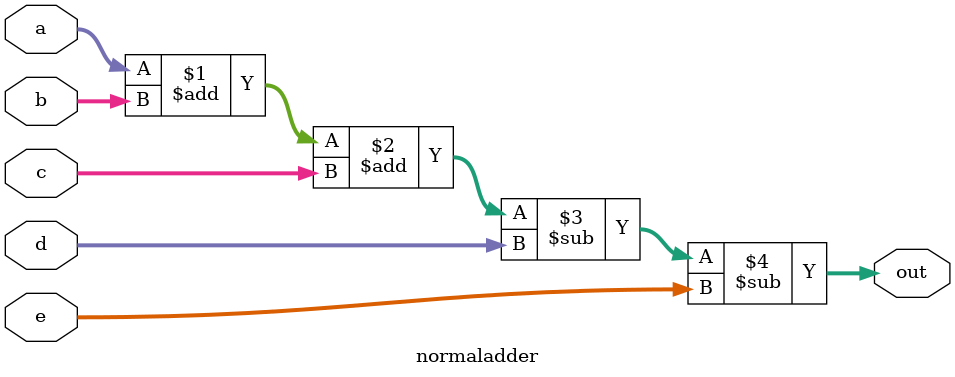
<source format=v>
`timescale 1ns / 1ps
module normaladder
#(parameter bitwidth =12)
(
input signed [bitwidth -1:0] a,b,c,d,e,
output [bitwidth+3 -1:0] out
    );
assign out = a+b+c-d-e;

endmodule

</source>
